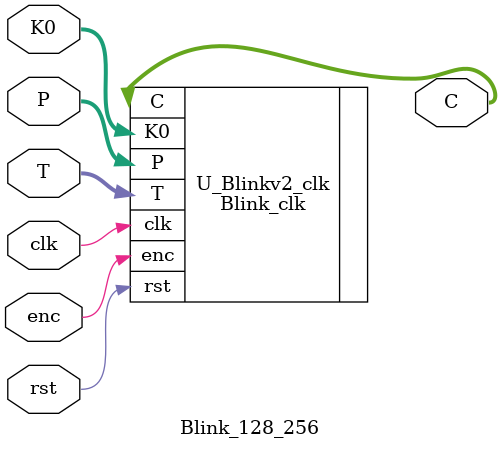
<source format=v>
`include "Blink_clk.v"
module Blink_128_256(clk, rst, enc, K0, P, T, C);
    input clk;
	input rst;
    localparam  round = 20; 
    localparam n = 128;
    localparam tweakLen = 256;
    localparam r1 = 4;
    localparam dim = 128;
    input enc;
	input [n*(round/2)-1:0] K0; 
    //input [509+256:0] K1; 
    input [n-1:0] P;
    input [tweakLen-1:0] T; 
    output [n-1:0] C;

    Blink_clk
    U_Blinkv2_clk
    (
        .clk(clk),
        .rst(rst),       
        .enc(enc),
        .K0(K0), 
        //.K1(K1), 
        .P(P), 
        .T(T), 
        .C(C)
    );
	
endmodule
</source>
